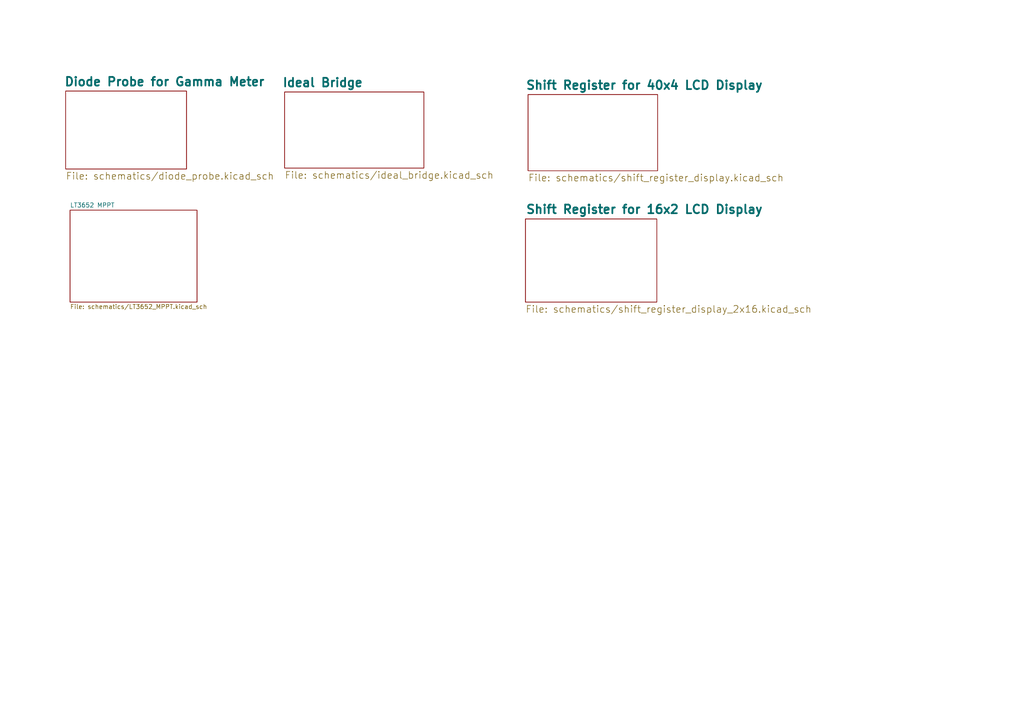
<source format=kicad_sch>
(kicad_sch
	(version 20231120)
	(generator "eeschema")
	(generator_version "8.0")
	(uuid "7b59bc46-701c-4caa-9db8-f0eec290561d")
	(paper "A4")
	(lib_symbols)
	(sheet
		(at 20.32 60.96)
		(size 36.83 26.67)
		(fields_autoplaced yes)
		(stroke
			(width 0.1524)
			(type solid)
		)
		(fill
			(color 0 0 0 0.0000)
		)
		(uuid "597d6a57-53dc-4721-891a-2c0af328a07b")
		(property "Sheetname" "LT3652 MPPT"
			(at 20.32 60.2484 0)
			(effects
				(font
					(size 1.27 1.27)
				)
				(justify left bottom)
			)
		)
		(property "Sheetfile" "schematics/LT3652_MPPT.kicad_sch"
			(at 20.32 88.2146 0)
			(effects
				(font
					(size 1.27 1.27)
				)
				(justify left top)
			)
		)
		(instances
			(project "Misc_PCB"
				(path "/7b59bc46-701c-4caa-9db8-f0eec290561d"
					(page "6")
				)
			)
		)
	)
	(sheet
		(at 152.4 63.5)
		(size 38.1 24.13)
		(fields_autoplaced yes)
		(stroke
			(width 0.1524)
			(type solid)
		)
		(fill
			(color 0 0 0 0.0000)
		)
		(uuid "6436e512-c247-470c-9775-a9b90aba82b0")
		(property "Sheetname" "Shift Register for 16x2 LCD Display"
			(at 152.4 62.1734 0)
			(effects
				(font
					(size 2.5 2.5)
					(bold yes)
				)
				(justify left bottom)
			)
		)
		(property "Sheetfile" "schematics/shift_register_display_2x16.kicad_sch"
			(at 152.4 88.5066 0)
			(effects
				(font
					(size 2 2)
				)
				(justify left top)
			)
		)
		(instances
			(project "Misc_PCB"
				(path "/7b59bc46-701c-4caa-9db8-f0eec290561d"
					(page "7")
				)
			)
		)
	)
	(sheet
		(at 82.55 26.67)
		(size 40.386 22.098)
		(stroke
			(width 0.1524)
			(type solid)
		)
		(fill
			(color 0 0 0 0.0000)
		)
		(uuid "65162db6-2f34-42a9-bfd8-f206554b7fcf")
		(property "Sheetname" "Ideal Bridge"
			(at 81.788 25.4 0)
			(effects
				(font
					(size 2.5 2.5)
					(bold yes)
				)
				(justify left bottom)
			)
		)
		(property "Sheetfile" "schematics/ideal_bridge.kicad_sch"
			(at 82.55 49.6446 0)
			(effects
				(font
					(size 2 2)
				)
				(justify left top)
			)
		)
		(instances
			(project "Misc_PCB"
				(path "/7b59bc46-701c-4caa-9db8-f0eec290561d"
					(page "3")
				)
			)
		)
	)
	(sheet
		(at 19.05 26.416)
		(size 35.052 22.606)
		(stroke
			(width 0.1524)
			(type solid)
		)
		(fill
			(color 0 0 0 0.0000)
		)
		(uuid "6babc747-648a-483d-982b-7a5f4e06013a")
		(property "Sheetname" "Diode Probe for Gamma Meter"
			(at 18.542 25.146 0)
			(effects
				(font
					(size 2.5 2.5)
					(bold yes)
				)
				(justify left bottom)
			)
		)
		(property "Sheetfile" "schematics/diode_probe.kicad_sch"
			(at 19.05 49.8986 0)
			(effects
				(font
					(size 2 2)
				)
				(justify left top)
			)
		)
		(instances
			(project "Misc_PCB"
				(path "/7b59bc46-701c-4caa-9db8-f0eec290561d"
					(page "2")
				)
			)
		)
	)
	(sheet
		(at 153.162 27.432)
		(size 37.592 22.098)
		(stroke
			(width 0.1524)
			(type solid)
		)
		(fill
			(color 0 0 0 0.0000)
		)
		(uuid "c1486e23-7518-492e-81fc-70742dd392eb")
		(property "Sheetname" "Shift Register for 40x4 LCD Display"
			(at 152.4 26.162 0)
			(effects
				(font
					(size 2.5 2.5)
					(bold yes)
				)
				(justify left bottom)
			)
		)
		(property "Sheetfile" "schematics/shift_register_display.kicad_sch"
			(at 153.162 50.4066 0)
			(effects
				(font
					(size 2 2)
				)
				(justify left top)
			)
		)
		(instances
			(project "Misc_PCB"
				(path "/7b59bc46-701c-4caa-9db8-f0eec290561d"
					(page "4")
				)
			)
		)
	)
	(sheet_instances
		(path "/"
			(page "1")
		)
	)
)
</source>
